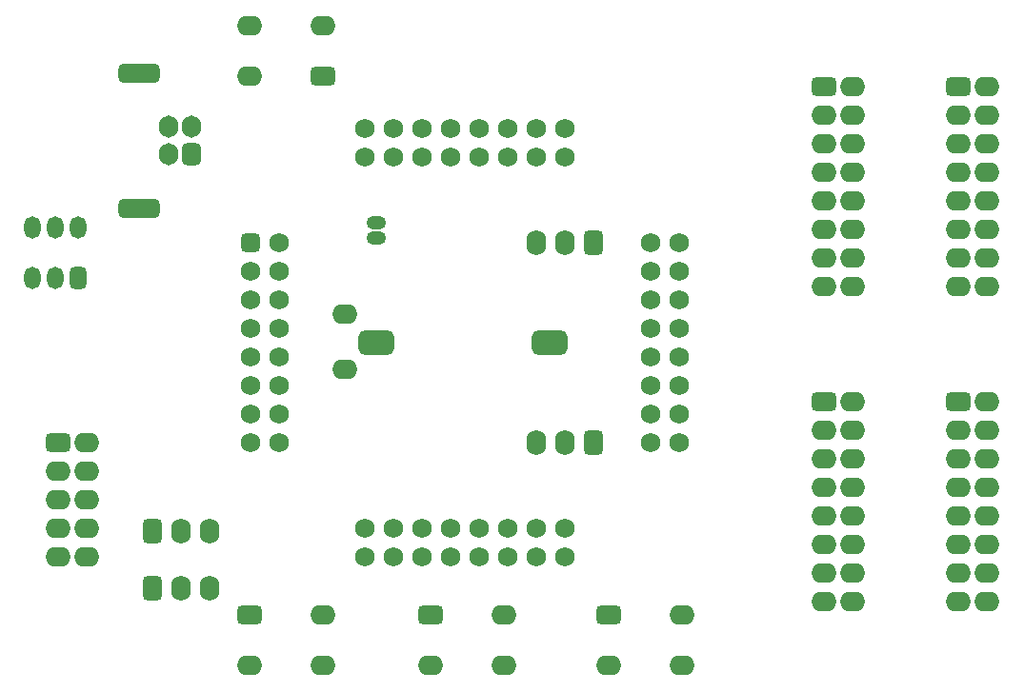
<source format=gbs>
G04*
G04 #@! TF.GenerationSoftware,Altium Limited,Altium Designer,21.6.1 (37)*
G04*
G04 Layer_Color=16711935*
%FSTAX24Y24*%
%MOIN*%
G70*
G04*
G04 #@! TF.SameCoordinates,B7BCD236-E72C-41E6-AEDC-B20C2DB60F4C*
G04*
G04*
G04 #@! TF.FilePolarity,Negative*
G04*
G01*
G75*
%ADD27O,0.0680X0.0480*%
%ADD28C,0.0680*%
G04:AMPARAMS|DCode=29|XSize=68mil|YSize=68mil|CornerRadius=19mil|HoleSize=0mil|Usage=FLASHONLY|Rotation=90.000|XOffset=0mil|YOffset=0mil|HoleType=Round|Shape=RoundedRectangle|*
%AMROUNDEDRECTD29*
21,1,0.0680,0.0300,0,0,90.0*
21,1,0.0300,0.0680,0,0,90.0*
1,1,0.0380,0.0150,0.0150*
1,1,0.0380,0.0150,-0.0150*
1,1,0.0380,-0.0150,-0.0150*
1,1,0.0380,-0.0150,0.0150*
%
%ADD29ROUNDEDRECTD29*%
%ADD30O,0.0880X0.0680*%
G04:AMPARAMS|DCode=31|XSize=68mil|YSize=88mil|CornerRadius=19mil|HoleSize=0mil|Usage=FLASHONLY|Rotation=90.000|XOffset=0mil|YOffset=0mil|HoleType=Round|Shape=RoundedRectangle|*
%AMROUNDEDRECTD31*
21,1,0.0680,0.0500,0,0,90.0*
21,1,0.0300,0.0880,0,0,90.0*
1,1,0.0380,0.0250,0.0150*
1,1,0.0380,0.0250,-0.0150*
1,1,0.0380,-0.0250,-0.0150*
1,1,0.0380,-0.0250,0.0150*
%
%ADD31ROUNDEDRECTD31*%
G04:AMPARAMS|DCode=32|XSize=78mil|YSize=68mil|CornerRadius=19mil|HoleSize=0mil|Usage=FLASHONLY|Rotation=90.000|XOffset=0mil|YOffset=0mil|HoleType=Round|Shape=RoundedRectangle|*
%AMROUNDEDRECTD32*
21,1,0.0780,0.0300,0,0,90.0*
21,1,0.0400,0.0680,0,0,90.0*
1,1,0.0380,0.0150,0.0200*
1,1,0.0380,0.0150,-0.0200*
1,1,0.0380,-0.0150,-0.0200*
1,1,0.0380,-0.0150,0.0200*
%
%ADD32ROUNDEDRECTD32*%
%ADD33O,0.0680X0.0780*%
G04:AMPARAMS|DCode=34|XSize=68mil|YSize=145.8mil|CornerRadius=19mil|HoleSize=0mil|Usage=FLASHONLY|Rotation=90.000|XOffset=0mil|YOffset=0mil|HoleType=Round|Shape=RoundedRectangle|*
%AMROUNDEDRECTD34*
21,1,0.0680,0.1078,0,0,90.0*
21,1,0.0300,0.1458,0,0,90.0*
1,1,0.0380,0.0539,0.0150*
1,1,0.0380,0.0539,-0.0150*
1,1,0.0380,-0.0539,-0.0150*
1,1,0.0380,-0.0539,0.0150*
%
%ADD34ROUNDEDRECTD34*%
%ADD35O,0.0880X0.0680*%
G04:AMPARAMS|DCode=36|XSize=88mil|YSize=68mil|CornerRadius=19mil|HoleSize=0mil|Usage=FLASHONLY|Rotation=180.000|XOffset=0mil|YOffset=0mil|HoleType=Round|Shape=RoundedRectangle|*
%AMROUNDEDRECTD36*
21,1,0.0880,0.0300,0,0,180.0*
21,1,0.0500,0.0680,0,0,180.0*
1,1,0.0380,-0.0250,0.0150*
1,1,0.0380,0.0250,0.0150*
1,1,0.0380,0.0250,-0.0150*
1,1,0.0380,-0.0250,-0.0150*
%
%ADD36ROUNDEDRECTD36*%
%ADD37O,0.0580X0.0780*%
G04:AMPARAMS|DCode=38|XSize=58mil|YSize=78mil|CornerRadius=16.5mil|HoleSize=0mil|Usage=FLASHONLY|Rotation=180.000|XOffset=0mil|YOffset=0mil|HoleType=Round|Shape=RoundedRectangle|*
%AMROUNDEDRECTD38*
21,1,0.0580,0.0450,0,0,180.0*
21,1,0.0250,0.0780,0,0,180.0*
1,1,0.0330,-0.0125,0.0225*
1,1,0.0330,0.0125,0.0225*
1,1,0.0330,0.0125,-0.0225*
1,1,0.0330,-0.0125,-0.0225*
%
%ADD38ROUNDEDRECTD38*%
%ADD39O,0.0680X0.0880*%
G04:AMPARAMS|DCode=40|XSize=88mil|YSize=68mil|CornerRadius=19mil|HoleSize=0mil|Usage=FLASHONLY|Rotation=270.000|XOffset=0mil|YOffset=0mil|HoleType=Round|Shape=RoundedRectangle|*
%AMROUNDEDRECTD40*
21,1,0.0880,0.0300,0,0,270.0*
21,1,0.0500,0.0680,0,0,270.0*
1,1,0.0380,-0.0150,-0.0250*
1,1,0.0380,-0.0150,0.0250*
1,1,0.0380,0.0150,0.0250*
1,1,0.0380,0.0150,-0.0250*
%
%ADD40ROUNDEDRECTD40*%
G04:AMPARAMS|DCode=59|XSize=86.7mil|YSize=126.1mil|CornerRadius=23.7mil|HoleSize=0mil|Usage=FLASHONLY|Rotation=90.000|XOffset=0mil|YOffset=0mil|HoleType=Round|Shape=RoundedRectangle|*
%AMROUNDEDRECTD59*
21,1,0.0867,0.0787,0,0,90.0*
21,1,0.0394,0.1261,0,0,90.0*
1,1,0.0474,0.0394,0.0197*
1,1,0.0474,0.0394,-0.0197*
1,1,0.0474,-0.0394,-0.0197*
1,1,0.0474,-0.0394,0.0197*
%
%ADD59ROUNDEDRECTD59*%
D27*
X01265Y015577D02*
D03*
Y016128D02*
D03*
D28*
X01424Y01942D02*
D03*
X01524D02*
D03*
Y01842D02*
D03*
X01624D02*
D03*
Y01942D02*
D03*
X01924Y01842D02*
D03*
Y01942D02*
D03*
X01824Y01842D02*
D03*
Y01942D02*
D03*
X01724D02*
D03*
Y01842D02*
D03*
X01324Y01942D02*
D03*
Y01842D02*
D03*
X01424D02*
D03*
X01224D02*
D03*
Y01942D02*
D03*
X02324Y01342D02*
D03*
Y01242D02*
D03*
X02224D02*
D03*
Y01142D02*
D03*
X02324D02*
D03*
X02224Y00842D02*
D03*
X02324D02*
D03*
X02224Y00942D02*
D03*
X02324D02*
D03*
Y01042D02*
D03*
X02224D02*
D03*
X02324Y01442D02*
D03*
X02224D02*
D03*
Y01342D02*
D03*
Y01542D02*
D03*
X02324D02*
D03*
X01724Y00442D02*
D03*
X01624D02*
D03*
Y00542D02*
D03*
X01524D02*
D03*
Y00442D02*
D03*
X01224Y00542D02*
D03*
Y00442D02*
D03*
X01324Y00542D02*
D03*
Y00442D02*
D03*
X01424D02*
D03*
Y00542D02*
D03*
X01824Y00442D02*
D03*
Y00542D02*
D03*
X01724D02*
D03*
X01924D02*
D03*
Y00442D02*
D03*
X00824Y01042D02*
D03*
Y01142D02*
D03*
X00924D02*
D03*
Y01242D02*
D03*
X00824D02*
D03*
X00924Y01542D02*
D03*
X00924Y01442D02*
D03*
X00824D02*
D03*
Y01342D02*
D03*
X00924D02*
D03*
X00824Y00942D02*
D03*
X00924D02*
D03*
Y01042D02*
D03*
Y00842D02*
D03*
X00824D02*
D03*
D29*
X00824Y01542D02*
D03*
D30*
X001519Y004428D02*
D03*
X002519D02*
D03*
Y005428D02*
D03*
X001519D02*
D03*
X002518Y008428D02*
D03*
X002519Y007428D02*
D03*
X001519D02*
D03*
Y006428D02*
D03*
X002519D02*
D03*
X01152Y010974D02*
D03*
Y012913D02*
D03*
D31*
X001518Y008428D02*
D03*
D32*
X006161Y018499D02*
D03*
D33*
X005374Y019483D02*
D03*
Y018499D02*
D03*
X006161Y019483D02*
D03*
D34*
X00435Y021353D02*
D03*
Y016628D02*
D03*
D35*
X01077Y023009D02*
D03*
X008211D02*
D03*
Y021237D02*
D03*
X02929Y002849D02*
D03*
X02829D02*
D03*
X02929Y003849D02*
D03*
X02829D02*
D03*
X02929Y004849D02*
D03*
X02829D02*
D03*
X02929Y005849D02*
D03*
X02829D02*
D03*
X02929Y006849D02*
D03*
X02829D02*
D03*
X02929Y007849D02*
D03*
X02829D02*
D03*
X02929Y008849D02*
D03*
X02829D02*
D03*
X02929Y009849D02*
D03*
X008211Y000598D02*
D03*
X01077D02*
D03*
Y00237D02*
D03*
X014531Y000598D02*
D03*
X01709D02*
D03*
Y00237D02*
D03*
X020781Y000598D02*
D03*
X02334D02*
D03*
Y00237D02*
D03*
X034015Y009849D02*
D03*
X033015Y008849D02*
D03*
X034015D02*
D03*
X033015Y007849D02*
D03*
X034015D02*
D03*
X033015Y006849D02*
D03*
X034015D02*
D03*
X033015Y005849D02*
D03*
X034015D02*
D03*
X033015Y004849D02*
D03*
X034015D02*
D03*
X033015Y003849D02*
D03*
X034015D02*
D03*
X033015Y002849D02*
D03*
X034015D02*
D03*
X02929Y013873D02*
D03*
X02829D02*
D03*
X02929Y014873D02*
D03*
X02829D02*
D03*
X02929Y015873D02*
D03*
X02829D02*
D03*
X02929Y016873D02*
D03*
X02829D02*
D03*
X02929Y017873D02*
D03*
X02829D02*
D03*
X02929Y018873D02*
D03*
X02829D02*
D03*
X02929Y019873D02*
D03*
X02829D02*
D03*
X02929Y020873D02*
D03*
X034015Y014873D02*
D03*
Y013873D02*
D03*
X033015D02*
D03*
Y014873D02*
D03*
X034015Y015873D02*
D03*
X033015D02*
D03*
X034015Y016873D02*
D03*
X033015D02*
D03*
X034015Y017873D02*
D03*
X033015D02*
D03*
X034015Y018873D02*
D03*
X033015D02*
D03*
X034015Y019873D02*
D03*
X033015D02*
D03*
X034015Y020873D02*
D03*
D36*
X01077Y021237D02*
D03*
X02829Y009849D02*
D03*
X008211Y00237D02*
D03*
X014531D02*
D03*
X020781D02*
D03*
X033015Y009849D02*
D03*
X02829Y020873D02*
D03*
X033015D02*
D03*
D37*
X002188Y015953D02*
D03*
X0014D02*
D03*
X000613D02*
D03*
Y014181D02*
D03*
X0014D02*
D03*
D38*
X002188D02*
D03*
D39*
X0068Y003303D02*
D03*
X0058D02*
D03*
X0068Y005303D02*
D03*
X0058D02*
D03*
X01825Y008403D02*
D03*
X01925D02*
D03*
X01825Y015403D02*
D03*
X01925D02*
D03*
D40*
X0048Y003303D02*
D03*
Y005303D02*
D03*
X02025Y008403D02*
D03*
Y015403D02*
D03*
D59*
X018703Y011903D02*
D03*
X01262D02*
D03*
M02*

</source>
